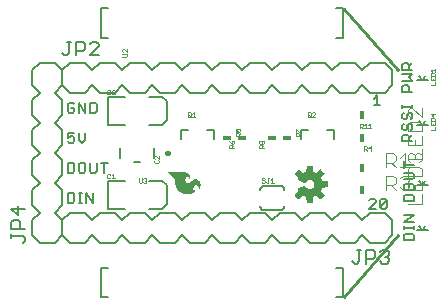
<source format=gbr>
G04 EAGLE Gerber RS-274X export*
G75*
%MOMM*%
%FSLAX34Y34*%
%LPD*%
%INSilkscreen Top*%
%IPPOS*%
%AMOC8*
5,1,8,0,0,1.08239X$1,22.5*%
G01*
%ADD10C,0.254000*%
%ADD11C,0.152400*%
%ADD12R,0.406400X0.711200*%
%ADD13C,0.025400*%
%ADD14C,0.203200*%
%ADD15C,0.101600*%
%ADD16C,0.406400*%
%ADD17C,0.127000*%
%ADD18R,0.711200X0.406400*%

G36*
X236885Y97410D02*
X236885Y97410D01*
X236993Y97424D01*
X237005Y97430D01*
X237019Y97432D01*
X237115Y97484D01*
X237212Y97531D01*
X237222Y97541D01*
X237234Y97547D01*
X237308Y97627D01*
X237385Y97703D01*
X237391Y97715D01*
X237401Y97726D01*
X237446Y97824D01*
X237494Y97921D01*
X237498Y97939D01*
X237502Y97948D01*
X237504Y97969D01*
X237523Y98066D01*
X237966Y102417D01*
X239125Y102788D01*
X239143Y102798D01*
X239240Y102836D01*
X240322Y103393D01*
X243712Y100629D01*
X243806Y100575D01*
X243898Y100518D01*
X243911Y100515D01*
X243923Y100508D01*
X244030Y100487D01*
X244135Y100462D01*
X244149Y100464D01*
X244163Y100461D01*
X244270Y100476D01*
X244378Y100486D01*
X244391Y100492D01*
X244405Y100494D01*
X244502Y100542D01*
X244601Y100587D01*
X244614Y100598D01*
X244623Y100602D01*
X244638Y100618D01*
X244715Y100680D01*
X247300Y103265D01*
X247363Y103354D01*
X247429Y103439D01*
X247434Y103452D01*
X247442Y103464D01*
X247473Y103567D01*
X247509Y103670D01*
X247509Y103684D01*
X247513Y103697D01*
X247509Y103805D01*
X247510Y103914D01*
X247505Y103927D01*
X247505Y103941D01*
X247467Y104043D01*
X247432Y104145D01*
X247423Y104160D01*
X247419Y104169D01*
X247405Y104186D01*
X247351Y104268D01*
X244587Y107658D01*
X245144Y108740D01*
X245150Y108760D01*
X245192Y108855D01*
X245563Y110014D01*
X249914Y110457D01*
X250018Y110485D01*
X250124Y110510D01*
X250136Y110517D01*
X250149Y110520D01*
X250239Y110581D01*
X250332Y110638D01*
X250340Y110649D01*
X250352Y110657D01*
X250418Y110743D01*
X250487Y110827D01*
X250491Y110840D01*
X250500Y110851D01*
X250534Y110954D01*
X250573Y111055D01*
X250574Y111073D01*
X250578Y111082D01*
X250578Y111104D01*
X250587Y111202D01*
X250587Y114858D01*
X250570Y114965D01*
X250556Y115073D01*
X250550Y115085D01*
X250548Y115099D01*
X250496Y115194D01*
X250449Y115292D01*
X250439Y115302D01*
X250433Y115314D01*
X250353Y115388D01*
X250277Y115465D01*
X250265Y115471D01*
X250255Y115481D01*
X250156Y115526D01*
X250059Y115574D01*
X250041Y115578D01*
X250032Y115582D01*
X250011Y115584D01*
X249914Y115603D01*
X245563Y116046D01*
X245192Y117205D01*
X245183Y117223D01*
X245144Y117320D01*
X244587Y118402D01*
X247351Y121792D01*
X247405Y121886D01*
X247462Y121978D01*
X247465Y121991D01*
X247472Y122003D01*
X247493Y122110D01*
X247518Y122215D01*
X247516Y122229D01*
X247519Y122243D01*
X247504Y122350D01*
X247494Y122458D01*
X247488Y122471D01*
X247486Y122485D01*
X247438Y122582D01*
X247393Y122681D01*
X247382Y122694D01*
X247378Y122703D01*
X247362Y122718D01*
X247300Y122795D01*
X244715Y125380D01*
X244626Y125443D01*
X244541Y125509D01*
X244528Y125514D01*
X244516Y125522D01*
X244413Y125553D01*
X244310Y125589D01*
X244296Y125589D01*
X244283Y125593D01*
X244175Y125589D01*
X244066Y125590D01*
X244053Y125585D01*
X244039Y125585D01*
X243937Y125547D01*
X243835Y125512D01*
X243820Y125503D01*
X243811Y125499D01*
X243794Y125485D01*
X243712Y125431D01*
X240322Y122667D01*
X239240Y123224D01*
X239220Y123230D01*
X239125Y123272D01*
X237966Y123643D01*
X237523Y127994D01*
X237495Y128098D01*
X237470Y128204D01*
X237463Y128216D01*
X237460Y128229D01*
X237399Y128319D01*
X237342Y128412D01*
X237331Y128420D01*
X237323Y128432D01*
X237237Y128498D01*
X237153Y128567D01*
X237140Y128571D01*
X237129Y128580D01*
X237026Y128614D01*
X236925Y128653D01*
X236907Y128654D01*
X236898Y128658D01*
X236876Y128658D01*
X236778Y128667D01*
X233122Y128667D01*
X233015Y128650D01*
X232907Y128636D01*
X232895Y128630D01*
X232881Y128628D01*
X232785Y128576D01*
X232688Y128529D01*
X232678Y128519D01*
X232666Y128513D01*
X232592Y128433D01*
X232515Y128357D01*
X232509Y128345D01*
X232499Y128335D01*
X232454Y128236D01*
X232406Y128139D01*
X232402Y128121D01*
X232398Y128112D01*
X232396Y128091D01*
X232377Y127994D01*
X231934Y123643D01*
X230775Y123272D01*
X230757Y123262D01*
X230660Y123224D01*
X229578Y122667D01*
X226188Y125431D01*
X226094Y125485D01*
X226002Y125542D01*
X225989Y125545D01*
X225977Y125552D01*
X225870Y125573D01*
X225765Y125598D01*
X225751Y125596D01*
X225737Y125599D01*
X225630Y125584D01*
X225522Y125574D01*
X225509Y125568D01*
X225496Y125566D01*
X225398Y125518D01*
X225299Y125473D01*
X225286Y125462D01*
X225277Y125458D01*
X225262Y125442D01*
X225185Y125380D01*
X222600Y122795D01*
X222537Y122706D01*
X222471Y122621D01*
X222466Y122608D01*
X222458Y122596D01*
X222427Y122493D01*
X222391Y122390D01*
X222391Y122376D01*
X222387Y122363D01*
X222391Y122255D01*
X222390Y122146D01*
X222395Y122133D01*
X222395Y122119D01*
X222433Y122017D01*
X222468Y121915D01*
X222477Y121900D01*
X222481Y121891D01*
X222495Y121874D01*
X222549Y121792D01*
X225313Y118402D01*
X224756Y117320D01*
X224739Y117267D01*
X224713Y117218D01*
X224702Y117152D01*
X224681Y117088D01*
X224682Y117032D01*
X224673Y116978D01*
X224684Y116911D01*
X224685Y116844D01*
X224703Y116792D01*
X224712Y116737D01*
X224744Y116677D01*
X224767Y116614D01*
X224801Y116571D01*
X224827Y116522D01*
X224876Y116475D01*
X224918Y116423D01*
X224965Y116393D01*
X225005Y116355D01*
X225110Y116298D01*
X225123Y116290D01*
X225128Y116289D01*
X225135Y116285D01*
X230332Y114132D01*
X230432Y114109D01*
X230530Y114080D01*
X230550Y114081D01*
X230570Y114076D01*
X230672Y114086D01*
X230774Y114091D01*
X230793Y114098D01*
X230813Y114100D01*
X230906Y114142D01*
X231002Y114180D01*
X231017Y114193D01*
X231035Y114201D01*
X231110Y114271D01*
X231188Y114337D01*
X231203Y114358D01*
X231213Y114368D01*
X231225Y114389D01*
X231273Y114458D01*
X231768Y115342D01*
X232395Y116021D01*
X233164Y116535D01*
X234032Y116855D01*
X234949Y116963D01*
X235884Y116850D01*
X236765Y116519D01*
X237542Y115987D01*
X238171Y115286D01*
X238614Y114456D01*
X238848Y113544D01*
X238858Y112603D01*
X238644Y111686D01*
X238219Y110846D01*
X237606Y110132D01*
X236841Y109583D01*
X235967Y109232D01*
X235035Y109099D01*
X234098Y109191D01*
X233210Y109503D01*
X232422Y110018D01*
X231778Y110705D01*
X231272Y111604D01*
X231208Y111683D01*
X231149Y111765D01*
X231132Y111778D01*
X231119Y111794D01*
X231034Y111848D01*
X230951Y111908D01*
X230931Y111914D01*
X230913Y111925D01*
X230815Y111949D01*
X230718Y111979D01*
X230697Y111978D01*
X230676Y111983D01*
X230575Y111974D01*
X230474Y111971D01*
X230448Y111963D01*
X230433Y111962D01*
X230411Y111952D01*
X230332Y111928D01*
X225135Y109775D01*
X225088Y109746D01*
X225036Y109725D01*
X224985Y109682D01*
X224928Y109646D01*
X224893Y109603D01*
X224850Y109567D01*
X224816Y109510D01*
X224773Y109458D01*
X224754Y109406D01*
X224725Y109358D01*
X224711Y109292D01*
X224687Y109229D01*
X224685Y109174D01*
X224674Y109120D01*
X224681Y109053D01*
X224679Y108986D01*
X224695Y108932D01*
X224702Y108877D01*
X224746Y108766D01*
X224750Y108752D01*
X224753Y108748D01*
X224756Y108740D01*
X225313Y107658D01*
X222549Y104268D01*
X222495Y104174D01*
X222438Y104082D01*
X222435Y104069D01*
X222428Y104057D01*
X222407Y103950D01*
X222382Y103845D01*
X222384Y103831D01*
X222381Y103817D01*
X222396Y103710D01*
X222406Y103602D01*
X222412Y103589D01*
X222414Y103576D01*
X222462Y103478D01*
X222507Y103379D01*
X222518Y103366D01*
X222522Y103357D01*
X222538Y103342D01*
X222600Y103265D01*
X225185Y100680D01*
X225274Y100617D01*
X225359Y100551D01*
X225372Y100546D01*
X225384Y100538D01*
X225487Y100507D01*
X225590Y100471D01*
X225604Y100471D01*
X225617Y100467D01*
X225725Y100471D01*
X225834Y100470D01*
X225847Y100475D01*
X225861Y100475D01*
X225963Y100513D01*
X226065Y100548D01*
X226080Y100557D01*
X226089Y100561D01*
X226106Y100575D01*
X226188Y100629D01*
X229578Y103393D01*
X230660Y102836D01*
X230680Y102830D01*
X230775Y102788D01*
X231934Y102417D01*
X232377Y98066D01*
X232405Y97962D01*
X232430Y97856D01*
X232437Y97844D01*
X232440Y97831D01*
X232501Y97741D01*
X232558Y97648D01*
X232569Y97640D01*
X232577Y97628D01*
X232663Y97562D01*
X232747Y97494D01*
X232760Y97489D01*
X232771Y97480D01*
X232874Y97446D01*
X232975Y97407D01*
X232993Y97406D01*
X233002Y97402D01*
X233024Y97403D01*
X233122Y97393D01*
X236778Y97393D01*
X236885Y97410D01*
G37*
G36*
X132744Y104471D02*
X132744Y104471D01*
X132753Y104475D01*
X132765Y104473D01*
X133804Y104680D01*
X133812Y104685D01*
X133823Y104685D01*
X134820Y105043D01*
X134827Y105049D01*
X134838Y105050D01*
X135772Y105552D01*
X135779Y105561D01*
X135791Y105564D01*
X136928Y106471D01*
X136934Y106482D01*
X136947Y106489D01*
X137868Y107615D01*
X137880Y107658D01*
X137896Y107699D01*
X137894Y107704D01*
X137895Y107710D01*
X137874Y107748D01*
X137855Y107788D01*
X137849Y107791D01*
X137847Y107795D01*
X137818Y107803D01*
X137770Y107821D01*
X136890Y107821D01*
X136770Y107837D01*
X136667Y107881D01*
X136327Y108155D01*
X136079Y108516D01*
X136014Y108690D01*
X135956Y109229D01*
X136054Y109758D01*
X136303Y110246D01*
X136954Y111148D01*
X137308Y111560D01*
X137718Y111911D01*
X138176Y112194D01*
X138670Y112400D01*
X138970Y112459D01*
X139273Y112447D01*
X139792Y112290D01*
X140252Y112004D01*
X140622Y111609D01*
X140877Y111128D01*
X141016Y110638D01*
X141073Y110127D01*
X141073Y109524D01*
X141073Y109523D01*
X141082Y109502D01*
X141111Y109433D01*
X141203Y109398D01*
X141213Y109402D01*
X141288Y109436D01*
X141291Y109438D01*
X141292Y109439D01*
X141293Y109440D01*
X141313Y109461D01*
X141316Y109468D01*
X141324Y109472D01*
X141662Y109907D01*
X141666Y109922D01*
X141678Y109934D01*
X141899Y110438D01*
X141899Y110439D01*
X142051Y110795D01*
X142152Y111023D01*
X142153Y111034D01*
X142159Y111043D01*
X142379Y111921D01*
X142378Y111930D01*
X142382Y111940D01*
X142468Y112840D01*
X142464Y112850D01*
X142468Y112862D01*
X142402Y113730D01*
X142396Y113741D01*
X142397Y113754D01*
X142166Y114594D01*
X142158Y114604D01*
X142157Y114617D01*
X141769Y115397D01*
X141761Y115404D01*
X141758Y115415D01*
X141198Y116192D01*
X141191Y116196D01*
X141187Y116205D01*
X140529Y116901D01*
X140518Y116906D01*
X140510Y116917D01*
X139907Y117348D01*
X139892Y117351D01*
X139879Y117363D01*
X139187Y117630D01*
X139171Y117630D01*
X139156Y117638D01*
X138419Y117725D01*
X138404Y117720D01*
X138387Y117724D01*
X137652Y117625D01*
X137639Y117617D01*
X137622Y117617D01*
X136934Y117337D01*
X136925Y117328D01*
X136911Y117325D01*
X135153Y116138D01*
X135148Y116130D01*
X135137Y116126D01*
X133596Y114673D01*
X133161Y114303D01*
X132658Y114063D01*
X132110Y113961D01*
X131554Y114004D01*
X131029Y114190D01*
X130569Y114505D01*
X130204Y114930D01*
X129911Y115473D01*
X129713Y116059D01*
X129616Y116669D01*
X129651Y117380D01*
X129858Y118058D01*
X130223Y118664D01*
X130551Y118977D01*
X130955Y119183D01*
X131371Y119276D01*
X131799Y119276D01*
X132214Y119183D01*
X132352Y119111D01*
X132466Y118993D01*
X133065Y118169D01*
X133136Y118036D01*
X133164Y117898D01*
X133148Y117740D01*
X133162Y117697D01*
X133173Y117652D01*
X133177Y117650D01*
X133178Y117646D01*
X133219Y117626D01*
X133258Y117603D01*
X133262Y117604D01*
X133266Y117602D01*
X133309Y117617D01*
X133353Y117630D01*
X133355Y117633D01*
X133359Y117635D01*
X133378Y117672D01*
X133399Y117708D01*
X133475Y118191D01*
X133474Y118196D01*
X133476Y118201D01*
X133549Y119141D01*
X133546Y119150D01*
X133549Y119161D01*
X133476Y120101D01*
X133471Y120111D01*
X133472Y120123D01*
X133288Y120822D01*
X133280Y120832D01*
X133279Y120846D01*
X132958Y121494D01*
X132949Y121502D01*
X132945Y121516D01*
X132500Y122086D01*
X132489Y122092D01*
X132483Y122104D01*
X131933Y122574D01*
X131921Y122578D01*
X131912Y122589D01*
X131180Y122990D01*
X131167Y122991D01*
X131156Y123000D01*
X130357Y123240D01*
X130344Y123239D01*
X130331Y123245D01*
X129500Y123315D01*
X129494Y123313D01*
X129489Y123315D01*
X114325Y123315D01*
X114320Y123313D01*
X114316Y123315D01*
X114276Y123294D01*
X114234Y123277D01*
X114233Y123272D01*
X114228Y123270D01*
X114215Y123227D01*
X114199Y123185D01*
X114201Y123180D01*
X114199Y123176D01*
X114235Y123106D01*
X114240Y123096D01*
X114241Y123095D01*
X119723Y118223D01*
X120505Y117369D01*
X121094Y116379D01*
X121221Y116028D01*
X121286Y115660D01*
X121286Y113385D01*
X121288Y113380D01*
X121286Y113374D01*
X121410Y112010D01*
X121416Y112000D01*
X121414Y111988D01*
X121782Y110669D01*
X121790Y110661D01*
X121791Y110648D01*
X122391Y109418D01*
X122398Y109411D01*
X122401Y109400D01*
X123218Y108243D01*
X123226Y108238D01*
X123229Y108229D01*
X124201Y107198D01*
X124209Y107194D01*
X124214Y107186D01*
X125321Y106301D01*
X125331Y106299D01*
X125338Y106290D01*
X127019Y105343D01*
X127030Y105342D01*
X127040Y105334D01*
X128864Y104706D01*
X128875Y104707D01*
X128886Y104700D01*
X130793Y104412D01*
X130804Y104415D01*
X130816Y104411D01*
X132744Y104471D01*
G37*
D10*
X264160Y17780D02*
X309880Y69850D01*
X309880Y209550D02*
X264160Y261620D01*
D11*
X313175Y191262D02*
X321818Y191262D01*
X313175Y191262D02*
X313175Y195584D01*
X314615Y197024D01*
X317496Y197024D01*
X318937Y195584D01*
X318937Y191262D01*
X321818Y200617D02*
X313175Y200617D01*
X318937Y203498D02*
X321818Y200617D01*
X318937Y203498D02*
X321818Y206379D01*
X313175Y206379D01*
X313175Y209972D02*
X321818Y209972D01*
X313175Y209972D02*
X313175Y214294D01*
X314615Y215735D01*
X317496Y215735D01*
X318937Y214294D01*
X318937Y209972D01*
X318937Y212854D02*
X321818Y215735D01*
X323088Y98552D02*
X314445Y98552D01*
X323088Y98552D02*
X323088Y102874D01*
X321647Y104314D01*
X315885Y104314D01*
X314445Y102874D01*
X314445Y98552D01*
X314445Y109348D02*
X314445Y112229D01*
X314445Y109348D02*
X315885Y107907D01*
X321647Y107907D01*
X323088Y109348D01*
X323088Y112229D01*
X321647Y113669D01*
X315885Y113669D01*
X314445Y112229D01*
X314445Y117262D02*
X321647Y117262D01*
X323088Y118703D01*
X323088Y121584D01*
X321647Y123025D01*
X314445Y123025D01*
X314445Y129499D02*
X323088Y129499D01*
X314445Y126618D02*
X314445Y132380D01*
X314445Y65532D02*
X323088Y65532D01*
X323088Y69854D01*
X321647Y71294D01*
X315885Y71294D01*
X314445Y69854D01*
X314445Y65532D01*
X323088Y74887D02*
X323088Y77768D01*
X323088Y76328D02*
X314445Y76328D01*
X314445Y77768D02*
X314445Y74887D01*
X314445Y81124D02*
X323088Y81124D01*
X323088Y86886D02*
X314445Y81124D01*
X314445Y86886D02*
X323088Y86886D01*
X321818Y149352D02*
X313175Y149352D01*
X313175Y153674D01*
X314615Y155114D01*
X317496Y155114D01*
X318937Y153674D01*
X318937Y149352D01*
X318937Y152233D02*
X321818Y155114D01*
X313175Y163029D02*
X314615Y164469D01*
X313175Y163029D02*
X313175Y160148D01*
X314615Y158707D01*
X316056Y158707D01*
X317496Y160148D01*
X317496Y163029D01*
X318937Y164469D01*
X320377Y164469D01*
X321818Y163029D01*
X321818Y160148D01*
X320377Y158707D01*
X313175Y172384D02*
X314615Y173825D01*
X313175Y172384D02*
X313175Y169503D01*
X314615Y168062D01*
X316056Y168062D01*
X317496Y169503D01*
X317496Y172384D01*
X318937Y173825D01*
X320377Y173825D01*
X321818Y172384D01*
X321818Y169503D01*
X320377Y168062D01*
X321818Y177418D02*
X321818Y180299D01*
X321818Y178858D02*
X313175Y178858D01*
X313175Y177418D02*
X313175Y180299D01*
X291933Y188475D02*
X289052Y185594D01*
X291933Y188475D02*
X291933Y179832D01*
X289052Y179832D02*
X294814Y179832D01*
X291004Y92202D02*
X285242Y92202D01*
X291004Y97964D01*
X291004Y99405D01*
X289564Y100845D01*
X286683Y100845D01*
X285242Y99405D01*
X294597Y99405D02*
X294597Y93643D01*
X294597Y99405D02*
X296038Y100845D01*
X298919Y100845D01*
X300359Y99405D01*
X300359Y93643D01*
X298919Y92202D01*
X296038Y92202D01*
X294597Y93643D01*
X300359Y99405D01*
X29972Y97282D02*
X29972Y105925D01*
X29972Y97282D02*
X34294Y97282D01*
X35734Y98723D01*
X35734Y104485D01*
X34294Y105925D01*
X29972Y105925D01*
X39327Y97282D02*
X42208Y97282D01*
X40768Y97282D02*
X40768Y105925D01*
X42208Y105925D02*
X39327Y105925D01*
X45564Y105925D02*
X45564Y97282D01*
X51326Y97282D02*
X45564Y105925D01*
X51326Y105925D02*
X51326Y97282D01*
X29972Y122682D02*
X29972Y131325D01*
X29972Y122682D02*
X34294Y122682D01*
X35734Y124123D01*
X35734Y129885D01*
X34294Y131325D01*
X29972Y131325D01*
X40768Y131325D02*
X43649Y131325D01*
X40768Y131325D02*
X39327Y129885D01*
X39327Y124123D01*
X40768Y122682D01*
X43649Y122682D01*
X45089Y124123D01*
X45089Y129885D01*
X43649Y131325D01*
X48682Y131325D02*
X48682Y124123D01*
X50123Y122682D01*
X53004Y122682D01*
X54445Y124123D01*
X54445Y131325D01*
X60919Y131325D02*
X60919Y122682D01*
X58038Y131325D02*
X63800Y131325D01*
X35734Y156725D02*
X29972Y156725D01*
X29972Y152404D01*
X32853Y153844D01*
X34294Y153844D01*
X35734Y152404D01*
X35734Y149523D01*
X34294Y148082D01*
X31413Y148082D01*
X29972Y149523D01*
X39327Y150963D02*
X39327Y156725D01*
X39327Y150963D02*
X42208Y148082D01*
X45089Y150963D01*
X45089Y156725D01*
X35734Y180685D02*
X34294Y182125D01*
X31413Y182125D01*
X29972Y180685D01*
X29972Y174923D01*
X31413Y173482D01*
X34294Y173482D01*
X35734Y174923D01*
X35734Y177804D01*
X32853Y177804D01*
X39327Y182125D02*
X39327Y173482D01*
X45089Y173482D02*
X39327Y182125D01*
X45089Y182125D02*
X45089Y173482D01*
X48682Y173482D02*
X48682Y182125D01*
X48682Y173482D02*
X53004Y173482D01*
X54445Y174923D01*
X54445Y180685D01*
X53004Y182125D01*
X48682Y182125D01*
D12*
X279400Y171450D03*
D13*
X277191Y164341D02*
X277191Y160528D01*
X277191Y164341D02*
X279097Y164341D01*
X279733Y163706D01*
X279733Y162435D01*
X279097Y161799D01*
X277191Y161799D01*
X278462Y161799D02*
X279733Y160528D01*
X280933Y163070D02*
X282204Y164341D01*
X282204Y160528D01*
X280933Y160528D02*
X283475Y160528D01*
X284675Y163070D02*
X285946Y164341D01*
X285946Y160528D01*
X284675Y160528D02*
X287217Y160528D01*
D14*
X325600Y201500D02*
X330200Y201500D01*
X334800Y201500D01*
X330200Y201500D02*
X327862Y204600D01*
X330454Y201654D02*
X332384Y204600D01*
D13*
X337309Y197249D02*
X341122Y197249D01*
X341122Y199791D01*
X337309Y200991D02*
X337309Y203533D01*
X337309Y200991D02*
X341122Y200991D01*
X341122Y203533D01*
X339215Y202262D02*
X339215Y200991D01*
X337309Y204733D02*
X341122Y204733D01*
X341122Y206639D01*
X340486Y207275D01*
X337944Y207275D01*
X337309Y206639D01*
X337309Y204733D01*
X338580Y208475D02*
X337309Y209746D01*
X341122Y209746D01*
X341122Y208475D02*
X341122Y211017D01*
D14*
X330200Y112600D02*
X325600Y112600D01*
X330200Y112600D02*
X334800Y112600D01*
X330200Y112600D02*
X327862Y115700D01*
X330454Y112754D02*
X332384Y115700D01*
D15*
X329692Y134808D02*
X317998Y134808D01*
X329692Y134808D02*
X329692Y142604D01*
X317998Y146502D02*
X317998Y154298D01*
X317998Y146502D02*
X329692Y146502D01*
X329692Y154298D01*
X323845Y150400D02*
X323845Y146502D01*
X317998Y158196D02*
X329692Y158196D01*
X329692Y164043D01*
X327743Y165992D01*
X319947Y165992D01*
X317998Y164043D01*
X317998Y158196D01*
X329692Y169890D02*
X329692Y177686D01*
X329692Y169890D02*
X321896Y177686D01*
X319947Y177686D01*
X317998Y175737D01*
X317998Y171839D01*
X319947Y169890D01*
D14*
X325600Y74500D02*
X330200Y74500D01*
X334800Y74500D01*
X330200Y74500D02*
X327862Y77600D01*
X330454Y74654D02*
X332384Y77600D01*
D15*
X329692Y96708D02*
X317998Y96708D01*
X329692Y96708D02*
X329692Y104504D01*
X317998Y108402D02*
X317998Y116198D01*
X317998Y108402D02*
X329692Y108402D01*
X329692Y116198D01*
X323845Y112300D02*
X323845Y108402D01*
X317998Y120096D02*
X329692Y120096D01*
X329692Y125943D01*
X327743Y127892D01*
X319947Y127892D01*
X317998Y125943D01*
X317998Y120096D01*
X319947Y131790D02*
X317998Y133739D01*
X317998Y137637D01*
X319947Y139586D01*
X321896Y139586D01*
X323845Y137637D01*
X323845Y135688D01*
X323845Y137637D02*
X325794Y139586D01*
X327743Y139586D01*
X329692Y137637D01*
X329692Y133739D01*
X327743Y131790D01*
D12*
X279400Y127000D03*
D15*
X299908Y127508D02*
X299908Y139202D01*
X305755Y139202D01*
X307704Y137253D01*
X307704Y133355D01*
X305755Y131406D01*
X299908Y131406D01*
X303806Y131406D02*
X307704Y127508D01*
X311602Y135304D02*
X315500Y139202D01*
X315500Y127508D01*
X311602Y127508D02*
X319398Y127508D01*
D12*
X279400Y107950D03*
D15*
X299908Y108458D02*
X299908Y120152D01*
X305755Y120152D01*
X307704Y118203D01*
X307704Y114305D01*
X305755Y112356D01*
X299908Y112356D01*
X303806Y112356D02*
X307704Y108458D01*
X311602Y118203D02*
X313551Y120152D01*
X317449Y120152D01*
X319398Y118203D01*
X319398Y116254D01*
X317449Y114305D01*
X315500Y114305D01*
X317449Y114305D02*
X319398Y112356D01*
X319398Y110407D01*
X317449Y108458D01*
X313551Y108458D01*
X311602Y110407D01*
D14*
X63800Y262200D02*
X58300Y262200D01*
X58300Y237200D01*
X63800Y237200D01*
X256800Y237200D02*
X263300Y237200D01*
X263300Y262200D01*
X256800Y262200D01*
X63800Y42200D02*
X58300Y42200D01*
X58300Y17200D01*
X63800Y17200D01*
X256800Y17200D02*
X263300Y17200D01*
X263300Y42200D01*
X256800Y42200D01*
D13*
X79501Y221243D02*
X76324Y221243D01*
X79501Y221243D02*
X80137Y221878D01*
X80137Y223149D01*
X79501Y223785D01*
X76324Y223785D01*
X80137Y224985D02*
X80137Y227527D01*
X80137Y224985D02*
X77595Y227527D01*
X76959Y227527D01*
X76324Y226892D01*
X76324Y225620D01*
X76959Y224985D01*
D14*
X325600Y163400D02*
X330200Y163400D01*
X334800Y163400D01*
X330200Y163400D02*
X327862Y166500D01*
X330454Y163554D02*
X332384Y166500D01*
D13*
X337309Y159149D02*
X341122Y159149D01*
X341122Y161691D01*
X337309Y162891D02*
X337309Y165433D01*
X337309Y162891D02*
X341122Y162891D01*
X341122Y165433D01*
X339215Y164162D02*
X339215Y162891D01*
X337309Y166633D02*
X341122Y166633D01*
X341122Y168539D01*
X340486Y169175D01*
X337944Y169175D01*
X337309Y168539D01*
X337309Y166633D01*
X337309Y172282D02*
X341122Y172282D01*
X339215Y170375D02*
X337309Y172282D01*
X339215Y172917D02*
X339215Y170375D01*
D12*
X279400Y152400D03*
D13*
X280933Y145291D02*
X280933Y141478D01*
X280933Y145291D02*
X282839Y145291D01*
X283475Y144656D01*
X283475Y143385D01*
X282839Y142749D01*
X280933Y142749D01*
X282204Y142749D02*
X283475Y141478D01*
X286582Y141478D02*
X286582Y145291D01*
X284675Y143385D01*
X287217Y143385D01*
D14*
X74676Y143994D02*
X74676Y135406D01*
X103124Y135406D02*
X103124Y143994D01*
X91584Y131596D02*
X86216Y131596D01*
D13*
X90433Y117986D02*
X90433Y114809D01*
X91068Y114173D01*
X92339Y114173D01*
X92975Y114809D01*
X92975Y117986D01*
X94175Y117351D02*
X94810Y117986D01*
X96082Y117986D01*
X96717Y117351D01*
X96717Y116715D01*
X96082Y116080D01*
X95446Y116080D01*
X96082Y116080D02*
X96717Y115444D01*
X96717Y114809D01*
X96082Y114173D01*
X94810Y114173D01*
X94175Y114809D01*
D14*
X78900Y92140D02*
X63900Y92140D01*
X63900Y116140D01*
X78900Y116140D01*
X98900Y92140D02*
X109900Y92140D01*
X113900Y96140D01*
X113900Y112140D01*
X109900Y116140D01*
X98900Y116140D01*
D13*
X66169Y121255D02*
X65534Y121890D01*
X64263Y121890D01*
X63627Y121255D01*
X63627Y118713D01*
X64263Y118077D01*
X65534Y118077D01*
X66169Y118713D01*
X67369Y120619D02*
X68640Y121890D01*
X68640Y118077D01*
X67369Y118077D02*
X69911Y118077D01*
D16*
X113995Y139700D02*
X114605Y139700D01*
D13*
X104010Y133479D02*
X103375Y132844D01*
X103375Y131573D01*
X104010Y130937D01*
X106552Y130937D01*
X107188Y131573D01*
X107188Y132844D01*
X106552Y133479D01*
X107188Y134679D02*
X107188Y137221D01*
X107188Y134679D02*
X104646Y137221D01*
X104010Y137221D01*
X103375Y136586D01*
X103375Y135315D01*
X104010Y134679D01*
D14*
X133350Y63500D02*
X146050Y63500D01*
X133350Y63500D02*
X127000Y69850D01*
X127000Y82550D02*
X133350Y88900D01*
X171450Y63500D02*
X177800Y69850D01*
X171450Y63500D02*
X158750Y63500D01*
X152400Y69850D01*
X152400Y82550D02*
X158750Y88900D01*
X171450Y88900D01*
X177800Y82550D01*
X152400Y69850D02*
X146050Y63500D01*
X152400Y82550D02*
X146050Y88900D01*
X133350Y88900D01*
X209550Y63500D02*
X222250Y63500D01*
X209550Y63500D02*
X203200Y69850D01*
X203200Y82550D02*
X209550Y88900D01*
X203200Y69850D02*
X196850Y63500D01*
X184150Y63500D01*
X177800Y69850D01*
X177800Y82550D02*
X184150Y88900D01*
X196850Y88900D01*
X203200Y82550D01*
X247650Y63500D02*
X254000Y69850D01*
X247650Y63500D02*
X234950Y63500D01*
X228600Y69850D01*
X228600Y82550D02*
X234950Y88900D01*
X247650Y88900D01*
X254000Y82550D01*
X228600Y69850D02*
X222250Y63500D01*
X228600Y82550D02*
X222250Y88900D01*
X209550Y88900D01*
X285750Y63500D02*
X298450Y63500D01*
X285750Y63500D02*
X279400Y69850D01*
X279400Y82550D02*
X285750Y88900D01*
X279400Y69850D02*
X273050Y63500D01*
X260350Y63500D01*
X254000Y69850D01*
X254000Y82550D02*
X260350Y88900D01*
X273050Y88900D01*
X279400Y82550D01*
X304800Y82550D02*
X304800Y69850D01*
X298450Y63500D01*
X304800Y82550D02*
X298450Y88900D01*
X285750Y88900D01*
X120650Y63500D02*
X107950Y63500D01*
X101600Y69850D01*
X101600Y82550D02*
X107950Y88900D01*
X127000Y69850D02*
X120650Y63500D01*
X127000Y82550D02*
X120650Y88900D01*
X107950Y88900D01*
X95250Y63500D02*
X82550Y63500D01*
X76200Y69850D01*
X76200Y82550D02*
X82550Y88900D01*
X101600Y69850D02*
X95250Y63500D01*
X101600Y82550D02*
X95250Y88900D01*
X82550Y88900D01*
X69850Y63500D02*
X57150Y63500D01*
X50800Y69850D01*
X50800Y82550D02*
X57150Y88900D01*
X76200Y69850D02*
X69850Y63500D01*
X76200Y82550D02*
X69850Y88900D01*
X57150Y88900D01*
X44450Y63500D02*
X31750Y63500D01*
X25400Y69850D01*
X25400Y82550D01*
X31750Y88900D01*
X50800Y69850D02*
X44450Y63500D01*
X50800Y82550D02*
X44450Y88900D01*
X31750Y88900D01*
D17*
X271115Y47754D02*
X273022Y45847D01*
X274928Y45847D01*
X276835Y47754D01*
X276835Y57287D01*
X274928Y57287D02*
X278742Y57287D01*
X282809Y57287D02*
X282809Y45847D01*
X282809Y57287D02*
X288529Y57287D01*
X290436Y55380D01*
X290436Y51567D01*
X288529Y49660D01*
X282809Y49660D01*
X294503Y55380D02*
X296410Y57287D01*
X300223Y57287D01*
X302129Y55380D01*
X302129Y53474D01*
X300223Y51567D01*
X298316Y51567D01*
X300223Y51567D02*
X302129Y49660D01*
X302129Y47754D01*
X300223Y45847D01*
X296410Y45847D01*
X294503Y47754D01*
D14*
X196850Y215900D02*
X184150Y215900D01*
X196850Y215900D02*
X203200Y209550D01*
X203200Y196850D02*
X196850Y190500D01*
X158750Y215900D02*
X152400Y209550D01*
X158750Y215900D02*
X171450Y215900D01*
X177800Y209550D01*
X177800Y196850D02*
X171450Y190500D01*
X158750Y190500D01*
X152400Y196850D01*
X177800Y209550D02*
X184150Y215900D01*
X177800Y196850D02*
X184150Y190500D01*
X196850Y190500D01*
X120650Y215900D02*
X107950Y215900D01*
X120650Y215900D02*
X127000Y209550D01*
X127000Y196850D02*
X120650Y190500D01*
X127000Y209550D02*
X133350Y215900D01*
X146050Y215900D01*
X152400Y209550D01*
X152400Y196850D02*
X146050Y190500D01*
X133350Y190500D01*
X127000Y196850D01*
X82550Y215900D02*
X76200Y209550D01*
X82550Y215900D02*
X95250Y215900D01*
X101600Y209550D01*
X101600Y196850D02*
X95250Y190500D01*
X82550Y190500D01*
X76200Y196850D01*
X101600Y209550D02*
X107950Y215900D01*
X101600Y196850D02*
X107950Y190500D01*
X120650Y190500D01*
X44450Y215900D02*
X31750Y215900D01*
X44450Y215900D02*
X50800Y209550D01*
X50800Y196850D02*
X44450Y190500D01*
X50800Y209550D02*
X57150Y215900D01*
X69850Y215900D01*
X76200Y209550D01*
X76200Y196850D02*
X69850Y190500D01*
X57150Y190500D01*
X50800Y196850D01*
X25400Y196850D02*
X25400Y209550D01*
X31750Y215900D01*
X25400Y196850D02*
X31750Y190500D01*
X44450Y190500D01*
X209550Y215900D02*
X222250Y215900D01*
X228600Y209550D01*
X228600Y196850D02*
X222250Y190500D01*
X203200Y209550D02*
X209550Y215900D01*
X203200Y196850D02*
X209550Y190500D01*
X222250Y190500D01*
X234950Y215900D02*
X247650Y215900D01*
X254000Y209550D01*
X254000Y196850D02*
X247650Y190500D01*
X228600Y209550D02*
X234950Y215900D01*
X228600Y196850D02*
X234950Y190500D01*
X247650Y190500D01*
X260350Y215900D02*
X273050Y215900D01*
X279400Y209550D01*
X279400Y196850D02*
X273050Y190500D01*
X254000Y209550D02*
X260350Y215900D01*
X254000Y196850D02*
X260350Y190500D01*
X273050Y190500D01*
X285750Y215900D02*
X298450Y215900D01*
X304800Y209550D01*
X304800Y196850D01*
X298450Y190500D01*
X279400Y209550D02*
X285750Y215900D01*
X279400Y196850D02*
X285750Y190500D01*
X298450Y190500D01*
D17*
X27180Y222123D02*
X25273Y224030D01*
X27180Y222123D02*
X29086Y222123D01*
X30993Y224030D01*
X30993Y233563D01*
X29086Y233563D02*
X32900Y233563D01*
X36967Y233563D02*
X36967Y222123D01*
X36967Y233563D02*
X42687Y233563D01*
X44593Y231656D01*
X44593Y227843D01*
X42687Y225936D01*
X36967Y225936D01*
X48661Y222123D02*
X56287Y222123D01*
X48661Y222123D02*
X56287Y229750D01*
X56287Y231656D01*
X54381Y233563D01*
X50568Y233563D01*
X48661Y231656D01*
D14*
X63900Y163260D02*
X78900Y163260D01*
X63900Y163260D02*
X63900Y187260D01*
X78900Y187260D01*
X98900Y163260D02*
X109900Y163260D01*
X113900Y167260D01*
X113900Y183260D01*
X109900Y187260D01*
X98900Y187260D01*
D13*
X66169Y192375D02*
X65534Y193010D01*
X64263Y193010D01*
X63627Y192375D01*
X63627Y189833D01*
X64263Y189197D01*
X65534Y189197D01*
X66169Y189833D01*
X67369Y192375D02*
X68005Y193010D01*
X69276Y193010D01*
X69911Y192375D01*
X69911Y191739D01*
X69276Y191104D01*
X68640Y191104D01*
X69276Y191104D02*
X69911Y190468D01*
X69911Y189833D01*
X69276Y189197D01*
X68005Y189197D01*
X67369Y189833D01*
D14*
X195200Y91600D02*
X211200Y91600D01*
X213200Y108600D02*
X213218Y108698D01*
X213232Y108798D01*
X213242Y108897D01*
X213248Y108997D01*
X213250Y109097D01*
X213248Y109197D01*
X213242Y109297D01*
X213233Y109397D01*
X213219Y109496D01*
X213202Y109595D01*
X213180Y109693D01*
X213155Y109790D01*
X213126Y109885D01*
X213093Y109980D01*
X213057Y110073D01*
X213017Y110165D01*
X212973Y110255D01*
X212926Y110344D01*
X212876Y110430D01*
X212822Y110514D01*
X212765Y110597D01*
X212704Y110677D01*
X212641Y110754D01*
X212574Y110829D01*
X212505Y110901D01*
X212433Y110971D01*
X212358Y111037D01*
X212281Y111101D01*
X212201Y111161D01*
X212119Y111219D01*
X212035Y111273D01*
X211948Y111324D01*
X211860Y111371D01*
X211770Y111415D01*
X211678Y111455D01*
X211585Y111491D01*
X211491Y111524D01*
X211395Y111554D01*
X211298Y111579D01*
X211200Y111600D01*
X195200Y111600D02*
X195102Y111579D01*
X195005Y111554D01*
X194909Y111524D01*
X194815Y111491D01*
X194722Y111455D01*
X194630Y111415D01*
X194540Y111371D01*
X194452Y111324D01*
X194365Y111273D01*
X194281Y111219D01*
X194199Y111161D01*
X194119Y111101D01*
X194042Y111037D01*
X193967Y110971D01*
X193895Y110901D01*
X193826Y110829D01*
X193759Y110754D01*
X193696Y110677D01*
X193635Y110597D01*
X193578Y110514D01*
X193524Y110430D01*
X193474Y110344D01*
X193427Y110255D01*
X193383Y110165D01*
X193343Y110073D01*
X193307Y109980D01*
X193274Y109885D01*
X193245Y109790D01*
X193220Y109693D01*
X193198Y109595D01*
X193181Y109496D01*
X193167Y109397D01*
X193158Y109297D01*
X193152Y109197D01*
X193150Y109097D01*
X193152Y108997D01*
X193158Y108897D01*
X193168Y108798D01*
X193182Y108698D01*
X193200Y108600D01*
X193200Y94600D02*
X193182Y94502D01*
X193168Y94402D01*
X193158Y94303D01*
X193152Y94203D01*
X193150Y94103D01*
X193152Y94003D01*
X193158Y93903D01*
X193167Y93803D01*
X193181Y93704D01*
X193198Y93605D01*
X193220Y93507D01*
X193245Y93410D01*
X193274Y93315D01*
X193307Y93220D01*
X193343Y93127D01*
X193383Y93035D01*
X193427Y92945D01*
X193474Y92856D01*
X193524Y92770D01*
X193578Y92686D01*
X193635Y92603D01*
X193696Y92523D01*
X193759Y92446D01*
X193826Y92371D01*
X193895Y92299D01*
X193967Y92229D01*
X194042Y92163D01*
X194119Y92099D01*
X194199Y92039D01*
X194281Y91981D01*
X194365Y91927D01*
X194452Y91876D01*
X194540Y91829D01*
X194630Y91785D01*
X194722Y91745D01*
X194815Y91709D01*
X194909Y91676D01*
X195005Y91646D01*
X195102Y91621D01*
X195200Y91600D01*
X211200Y91600D02*
X211298Y91621D01*
X211395Y91646D01*
X211491Y91676D01*
X211585Y91709D01*
X211678Y91745D01*
X211770Y91785D01*
X211860Y91829D01*
X211948Y91876D01*
X212035Y91927D01*
X212119Y91981D01*
X212201Y92039D01*
X212281Y92099D01*
X212358Y92163D01*
X212433Y92229D01*
X212505Y92299D01*
X212574Y92371D01*
X212641Y92446D01*
X212704Y92523D01*
X212765Y92603D01*
X212822Y92686D01*
X212876Y92770D01*
X212926Y92856D01*
X212973Y92945D01*
X213017Y93035D01*
X213057Y93127D01*
X213093Y93220D01*
X213126Y93315D01*
X213155Y93410D01*
X213180Y93507D01*
X213202Y93605D01*
X213219Y93704D01*
X213233Y93803D01*
X213242Y93903D01*
X213248Y94003D01*
X213250Y94103D01*
X213248Y94203D01*
X213242Y94303D01*
X213232Y94402D01*
X213218Y94502D01*
X213200Y94600D01*
X211200Y111600D02*
X195200Y111600D01*
D13*
X196789Y117605D02*
X196154Y118240D01*
X194883Y118240D01*
X194247Y117605D01*
X194247Y116969D01*
X194883Y116334D01*
X196154Y116334D01*
X196789Y115698D01*
X196789Y115063D01*
X196154Y114427D01*
X194883Y114427D01*
X194247Y115063D01*
X197989Y115063D02*
X198625Y114427D01*
X199260Y114427D01*
X199896Y115063D01*
X199896Y118240D01*
X200531Y118240D02*
X199260Y118240D01*
X201731Y116969D02*
X203002Y118240D01*
X203002Y114427D01*
X201731Y114427D02*
X204273Y114427D01*
D14*
X6350Y190500D02*
X0Y196850D01*
X0Y209550D01*
X6350Y215900D01*
X19050Y215900D02*
X25400Y209550D01*
X25400Y196850D01*
X19050Y190500D01*
X0Y158750D02*
X0Y146050D01*
X0Y158750D02*
X6350Y165100D01*
X19050Y165100D02*
X25400Y158750D01*
X6350Y165100D02*
X0Y171450D01*
X0Y184150D01*
X6350Y190500D01*
X19050Y190500D02*
X25400Y184150D01*
X25400Y171450D01*
X19050Y165100D01*
X0Y120650D02*
X6350Y114300D01*
X0Y120650D02*
X0Y133350D01*
X6350Y139700D01*
X19050Y139700D02*
X25400Y133350D01*
X25400Y120650D01*
X19050Y114300D01*
X6350Y139700D02*
X0Y146050D01*
X19050Y139700D02*
X25400Y146050D01*
X25400Y158750D01*
X0Y82550D02*
X0Y69850D01*
X0Y82550D02*
X6350Y88900D01*
X19050Y88900D02*
X25400Y82550D01*
X6350Y88900D02*
X0Y95250D01*
X0Y107950D01*
X6350Y114300D01*
X19050Y114300D02*
X25400Y107950D01*
X25400Y95250D01*
X19050Y88900D01*
X19050Y63500D02*
X6350Y63500D01*
X0Y69850D01*
X19050Y63500D02*
X25400Y69850D01*
X25400Y82550D01*
X19050Y215900D02*
X6350Y215900D01*
D17*
X-6223Y65280D02*
X-8130Y63373D01*
X-6223Y65280D02*
X-6223Y67186D01*
X-8130Y69093D01*
X-17663Y69093D01*
X-17663Y67186D02*
X-17663Y71000D01*
X-17663Y75067D02*
X-6223Y75067D01*
X-17663Y75067D02*
X-17663Y80787D01*
X-15756Y82693D01*
X-11943Y82693D01*
X-10036Y80787D01*
X-10036Y75067D01*
X-6223Y92481D02*
X-17663Y92481D01*
X-11943Y86761D01*
X-11943Y94387D01*
D14*
X125700Y159400D02*
X131700Y159400D01*
X125700Y159400D02*
X125700Y151400D01*
X147700Y159400D02*
X153700Y159400D01*
X153700Y151400D01*
D13*
X131572Y170943D02*
X131572Y173485D01*
X132208Y174120D01*
X133479Y174120D01*
X134114Y173485D01*
X134114Y170943D01*
X133479Y170307D01*
X132208Y170307D01*
X131572Y170943D01*
X132843Y171578D02*
X134114Y170307D01*
X135314Y172849D02*
X136585Y174120D01*
X136585Y170307D01*
X135314Y170307D02*
X137856Y170307D01*
D18*
X165100Y152400D03*
D13*
X172209Y153933D02*
X176022Y153933D01*
X172209Y153933D02*
X172209Y155839D01*
X172844Y156475D01*
X174115Y156475D01*
X174751Y155839D01*
X174751Y153933D01*
X174751Y155204D02*
X176022Y156475D01*
X172209Y157675D02*
X172209Y160217D01*
X172209Y157675D02*
X174115Y157675D01*
X173480Y158946D01*
X173480Y159582D01*
X174115Y160217D01*
X175386Y160217D01*
X176022Y159582D01*
X176022Y158310D01*
X175386Y157675D01*
D18*
X177800Y152400D03*
D13*
X170688Y143637D02*
X166875Y143637D01*
X166875Y145544D01*
X167510Y146179D01*
X168781Y146179D01*
X169417Y145544D01*
X169417Y143637D01*
X169417Y144908D02*
X170688Y146179D01*
X167510Y148650D02*
X166875Y149921D01*
X167510Y148650D02*
X168781Y147379D01*
X170052Y147379D01*
X170688Y148015D01*
X170688Y149286D01*
X170052Y149921D01*
X169417Y149921D01*
X168781Y149286D01*
X168781Y147379D01*
D14*
X227300Y159400D02*
X233300Y159400D01*
X227300Y159400D02*
X227300Y151400D01*
X249300Y159400D02*
X255300Y159400D01*
X255300Y151400D01*
D13*
X233172Y170943D02*
X233172Y173485D01*
X233808Y174120D01*
X235079Y174120D01*
X235714Y173485D01*
X235714Y170943D01*
X235079Y170307D01*
X233808Y170307D01*
X233172Y170943D01*
X234443Y171578D02*
X235714Y170307D01*
X236914Y170307D02*
X239456Y170307D01*
X236914Y170307D02*
X239456Y172849D01*
X239456Y173485D01*
X238821Y174120D01*
X237550Y174120D01*
X236914Y173485D01*
D18*
X215900Y152400D03*
D13*
X223009Y153933D02*
X226822Y153933D01*
X223009Y153933D02*
X223009Y155839D01*
X223644Y156475D01*
X224915Y156475D01*
X225551Y155839D01*
X225551Y153933D01*
X225551Y155204D02*
X226822Y156475D01*
X223009Y157675D02*
X223009Y160217D01*
X223644Y160217D01*
X226186Y157675D01*
X226822Y157675D01*
D18*
X203200Y152400D03*
D13*
X196088Y143637D02*
X192275Y143637D01*
X192275Y145544D01*
X192910Y146179D01*
X194181Y146179D01*
X194817Y145544D01*
X194817Y143637D01*
X194817Y144908D02*
X196088Y146179D01*
X192910Y147379D02*
X192275Y148015D01*
X192275Y149286D01*
X192910Y149921D01*
X193546Y149921D01*
X194181Y149286D01*
X194817Y149921D01*
X195452Y149921D01*
X196088Y149286D01*
X196088Y148015D01*
X195452Y147379D01*
X194817Y147379D01*
X194181Y148015D01*
X193546Y147379D01*
X192910Y147379D01*
X194181Y148015D02*
X194181Y149286D01*
M02*

</source>
